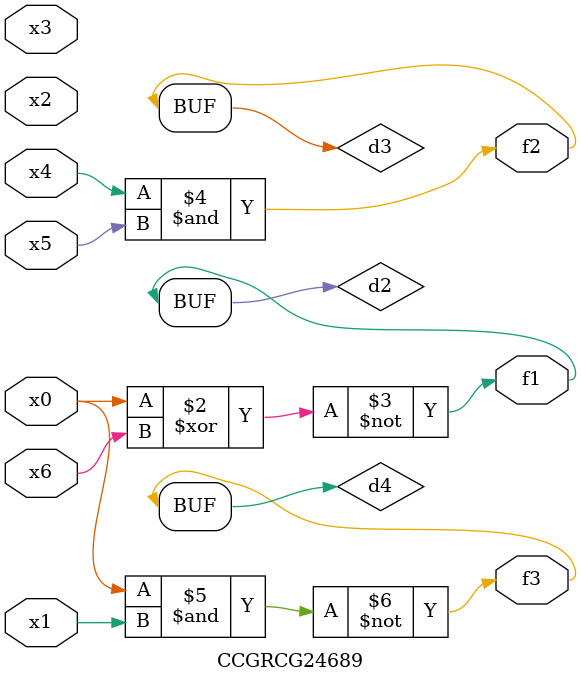
<source format=v>
module CCGRCG24689(
	input x0, x1, x2, x3, x4, x5, x6,
	output f1, f2, f3
);

	wire d1, d2, d3, d4;

	nor (d1, x0);
	xnor (d2, x0, x6);
	and (d3, x4, x5);
	nand (d4, x0, x1);
	assign f1 = d2;
	assign f2 = d3;
	assign f3 = d4;
endmodule

</source>
